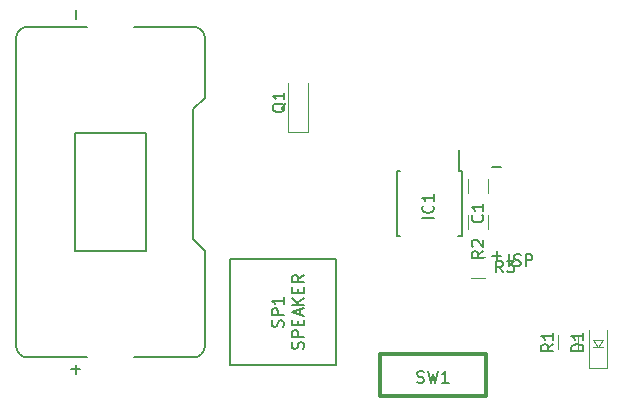
<source format=gto>
G04 #@! TF.FileFunction,Legend,Top*
%FSLAX46Y46*%
G04 Gerber Fmt 4.6, Leading zero omitted, Abs format (unit mm)*
G04 Created by KiCad (PCBNEW 4.0.6) date 03/29/19 10:36:33*
%MOMM*%
%LPD*%
G01*
G04 APERTURE LIST*
%ADD10C,0.100000*%
%ADD11C,0.120000*%
%ADD12C,0.200000*%
%ADD13C,0.150000*%
%ADD14C,0.304800*%
G04 APERTURE END LIST*
D10*
D11*
X170189000Y-78070000D02*
X170189000Y-76870000D01*
X171949000Y-76870000D02*
X171949000Y-78070000D01*
X170189000Y-81118000D02*
X170189000Y-79918000D01*
X171949000Y-79918000D02*
X171949000Y-81118000D01*
X171669000Y-85208000D02*
X170469000Y-85208000D01*
X170469000Y-83448000D02*
X171669000Y-83448000D01*
D12*
X142954000Y-73978000D02*
X142954000Y-72978000D01*
X142954000Y-72978000D02*
X136954000Y-72978000D01*
X136954000Y-72978000D02*
X136954000Y-73978000D01*
X136954000Y-77978000D02*
X136954000Y-82978000D01*
X136954000Y-82978000D02*
X142954000Y-82978000D01*
X142954000Y-82978000D02*
X142954000Y-73978000D01*
X136954000Y-73978000D02*
X136954000Y-77978000D01*
X147954000Y-82978000D02*
X147954000Y-90978000D01*
X147954000Y-69978000D02*
X147954000Y-64978000D01*
X147954000Y-82978000D02*
X146954000Y-81978000D01*
X146954000Y-81978000D02*
X146954000Y-70978000D01*
X146954000Y-70978000D02*
X147954000Y-69978000D01*
X141954000Y-91978000D02*
X146954000Y-91978000D01*
X141954000Y-63978000D02*
X146954000Y-63978000D01*
X131954000Y-90978000D02*
X131954000Y-64978000D01*
X137954000Y-91978000D02*
X132954000Y-91978000D01*
X132954000Y-63978000D02*
G75*
G03X131954000Y-64978000I0J-1000000D01*
G01*
X147954000Y-64978000D02*
G75*
G03X146954000Y-63978000I-1000000J0D01*
G01*
X146954000Y-91978000D02*
G75*
G03X147954000Y-90978000I0J1000000D01*
G01*
X131954000Y-90978000D02*
G75*
G03X132954000Y-91978000I1000000J0D01*
G01*
X137954000Y-63978000D02*
X132954000Y-63978000D01*
D10*
X180829000Y-91078000D02*
X181629000Y-91078000D01*
X181229000Y-91078000D02*
X180829000Y-90478000D01*
X181629000Y-90478000D02*
X181229000Y-91078000D01*
X180829000Y-90478000D02*
X181629000Y-90478000D01*
D11*
X181979000Y-89678000D02*
X181979000Y-92878000D01*
X180479000Y-92878000D02*
X180479000Y-89678000D01*
X180479000Y-92878000D02*
X181979000Y-92878000D01*
D13*
X169696500Y-76180500D02*
X169491500Y-76180500D01*
X169696500Y-81680500D02*
X169396500Y-81680500D01*
X164186500Y-81680500D02*
X164486500Y-81680500D01*
X164186500Y-76180500D02*
X164486500Y-76180500D01*
X169696500Y-76180500D02*
X169696500Y-81680500D01*
X164186500Y-76180500D02*
X164186500Y-81680500D01*
X169491500Y-76180500D02*
X169491500Y-74430500D01*
D11*
X179569000Y-90078000D02*
X179569000Y-91278000D01*
X177809000Y-91278000D02*
X177809000Y-90078000D01*
D13*
X150059000Y-92638000D02*
X159059000Y-92638000D01*
X159059000Y-92638000D02*
X159059000Y-83638000D01*
X159059000Y-83638000D02*
X150059000Y-83638000D01*
X150059000Y-83638000D02*
X150059000Y-92638000D01*
D11*
X154979000Y-72858000D02*
X156679000Y-72858000D01*
X156679000Y-72808000D02*
X156679000Y-68758000D01*
X154979000Y-72808000D02*
X154979000Y-68758000D01*
D14*
X162759000Y-95278000D02*
X171759000Y-95278000D01*
X171759000Y-91678000D02*
X171759000Y-95278000D01*
X162759000Y-91678000D02*
X162759000Y-95278000D01*
X162759000Y-91678000D02*
X171759000Y-91678000D01*
D13*
X173672810Y-84240381D02*
X173672810Y-83240381D01*
X174101381Y-84192762D02*
X174244238Y-84240381D01*
X174482334Y-84240381D01*
X174577572Y-84192762D01*
X174625191Y-84145143D01*
X174672810Y-84049905D01*
X174672810Y-83954667D01*
X174625191Y-83859429D01*
X174577572Y-83811810D01*
X174482334Y-83764190D01*
X174291857Y-83716571D01*
X174196619Y-83668952D01*
X174149000Y-83621333D01*
X174101381Y-83526095D01*
X174101381Y-83430857D01*
X174149000Y-83335619D01*
X174196619Y-83288000D01*
X174291857Y-83240381D01*
X174529953Y-83240381D01*
X174672810Y-83288000D01*
X175101381Y-84240381D02*
X175101381Y-83240381D01*
X175482334Y-83240381D01*
X175577572Y-83288000D01*
X175625191Y-83335619D01*
X175672810Y-83430857D01*
X175672810Y-83573714D01*
X175625191Y-83668952D01*
X175577572Y-83716571D01*
X175482334Y-83764190D01*
X175101381Y-83764190D01*
X172268048Y-75859429D02*
X173029953Y-75859429D01*
X172268048Y-83359429D02*
X173029953Y-83359429D01*
X172649001Y-83740381D02*
X172649001Y-82978476D01*
X171426143Y-79922666D02*
X171473762Y-79970285D01*
X171521381Y-80113142D01*
X171521381Y-80208380D01*
X171473762Y-80351238D01*
X171378524Y-80446476D01*
X171283286Y-80494095D01*
X171092810Y-80541714D01*
X170949952Y-80541714D01*
X170759476Y-80494095D01*
X170664238Y-80446476D01*
X170569000Y-80351238D01*
X170521381Y-80208380D01*
X170521381Y-80113142D01*
X170569000Y-79970285D01*
X170616619Y-79922666D01*
X171521381Y-78970285D02*
X171521381Y-79541714D01*
X171521381Y-79256000D02*
X170521381Y-79256000D01*
X170664238Y-79351238D01*
X170759476Y-79446476D01*
X170807095Y-79541714D01*
X171521381Y-82970666D02*
X171045190Y-83304000D01*
X171521381Y-83542095D02*
X170521381Y-83542095D01*
X170521381Y-83161142D01*
X170569000Y-83065904D01*
X170616619Y-83018285D01*
X170711857Y-82970666D01*
X170854714Y-82970666D01*
X170949952Y-83018285D01*
X170997571Y-83065904D01*
X171045190Y-83161142D01*
X171045190Y-83542095D01*
X170616619Y-82589714D02*
X170569000Y-82542095D01*
X170521381Y-82446857D01*
X170521381Y-82208761D01*
X170569000Y-82113523D01*
X170616619Y-82065904D01*
X170711857Y-82018285D01*
X170807095Y-82018285D01*
X170949952Y-82065904D01*
X171521381Y-82637333D01*
X171521381Y-82018285D01*
X173188334Y-84780381D02*
X172855000Y-84304190D01*
X172616905Y-84780381D02*
X172616905Y-83780381D01*
X172997858Y-83780381D01*
X173093096Y-83828000D01*
X173140715Y-83875619D01*
X173188334Y-83970857D01*
X173188334Y-84113714D01*
X173140715Y-84208952D01*
X173093096Y-84256571D01*
X172997858Y-84304190D01*
X172616905Y-84304190D01*
X173521667Y-83780381D02*
X174140715Y-83780381D01*
X173807381Y-84161333D01*
X173950239Y-84161333D01*
X174045477Y-84208952D01*
X174093096Y-84256571D01*
X174140715Y-84351810D01*
X174140715Y-84589905D01*
X174093096Y-84685143D01*
X174045477Y-84732762D01*
X173950239Y-84780381D01*
X173664524Y-84780381D01*
X173569286Y-84732762D01*
X173521667Y-84685143D01*
X137025429Y-63358952D02*
X137025429Y-62597047D01*
X137025429Y-93358952D02*
X137025429Y-92597047D01*
X137406381Y-92977999D02*
X136644476Y-92977999D01*
X179981381Y-91416095D02*
X178981381Y-91416095D01*
X178981381Y-91178000D01*
X179029000Y-91035142D01*
X179124238Y-90939904D01*
X179219476Y-90892285D01*
X179409952Y-90844666D01*
X179552810Y-90844666D01*
X179743286Y-90892285D01*
X179838524Y-90939904D01*
X179933762Y-91035142D01*
X179981381Y-91178000D01*
X179981381Y-91416095D01*
X179981381Y-89892285D02*
X179981381Y-90463714D01*
X179981381Y-90178000D02*
X178981381Y-90178000D01*
X179124238Y-90273238D01*
X179219476Y-90368476D01*
X179267095Y-90463714D01*
X167333881Y-80171690D02*
X166333881Y-80171690D01*
X167238643Y-79124071D02*
X167286262Y-79171690D01*
X167333881Y-79314547D01*
X167333881Y-79409785D01*
X167286262Y-79552643D01*
X167191024Y-79647881D01*
X167095786Y-79695500D01*
X166905310Y-79743119D01*
X166762452Y-79743119D01*
X166571976Y-79695500D01*
X166476738Y-79647881D01*
X166381500Y-79552643D01*
X166333881Y-79409785D01*
X166333881Y-79314547D01*
X166381500Y-79171690D01*
X166429119Y-79124071D01*
X167333881Y-78171690D02*
X167333881Y-78743119D01*
X167333881Y-78457405D02*
X166333881Y-78457405D01*
X166476738Y-78552643D01*
X166571976Y-78647881D01*
X166619595Y-78743119D01*
X177441381Y-90844666D02*
X176965190Y-91178000D01*
X177441381Y-91416095D02*
X176441381Y-91416095D01*
X176441381Y-91035142D01*
X176489000Y-90939904D01*
X176536619Y-90892285D01*
X176631857Y-90844666D01*
X176774714Y-90844666D01*
X176869952Y-90892285D01*
X176917571Y-90939904D01*
X176965190Y-91035142D01*
X176965190Y-91416095D01*
X177441381Y-89892285D02*
X177441381Y-90463714D01*
X177441381Y-90178000D02*
X176441381Y-90178000D01*
X176584238Y-90273238D01*
X176679476Y-90368476D01*
X176727095Y-90463714D01*
X154563762Y-89399905D02*
X154611381Y-89257048D01*
X154611381Y-89018952D01*
X154563762Y-88923714D01*
X154516143Y-88876095D01*
X154420905Y-88828476D01*
X154325667Y-88828476D01*
X154230429Y-88876095D01*
X154182810Y-88923714D01*
X154135190Y-89018952D01*
X154087571Y-89209429D01*
X154039952Y-89304667D01*
X153992333Y-89352286D01*
X153897095Y-89399905D01*
X153801857Y-89399905D01*
X153706619Y-89352286D01*
X153659000Y-89304667D01*
X153611381Y-89209429D01*
X153611381Y-88971333D01*
X153659000Y-88828476D01*
X154611381Y-88399905D02*
X153611381Y-88399905D01*
X153611381Y-88018952D01*
X153659000Y-87923714D01*
X153706619Y-87876095D01*
X153801857Y-87828476D01*
X153944714Y-87828476D01*
X154039952Y-87876095D01*
X154087571Y-87923714D01*
X154135190Y-88018952D01*
X154135190Y-88399905D01*
X154611381Y-86876095D02*
X154611381Y-87447524D01*
X154611381Y-87161810D02*
X153611381Y-87161810D01*
X153754238Y-87257048D01*
X153849476Y-87352286D01*
X153897095Y-87447524D01*
X156263762Y-91257048D02*
X156311381Y-91114191D01*
X156311381Y-90876095D01*
X156263762Y-90780857D01*
X156216143Y-90733238D01*
X156120905Y-90685619D01*
X156025667Y-90685619D01*
X155930429Y-90733238D01*
X155882810Y-90780857D01*
X155835190Y-90876095D01*
X155787571Y-91066572D01*
X155739952Y-91161810D01*
X155692333Y-91209429D01*
X155597095Y-91257048D01*
X155501857Y-91257048D01*
X155406619Y-91209429D01*
X155359000Y-91161810D01*
X155311381Y-91066572D01*
X155311381Y-90828476D01*
X155359000Y-90685619D01*
X156311381Y-90257048D02*
X155311381Y-90257048D01*
X155311381Y-89876095D01*
X155359000Y-89780857D01*
X155406619Y-89733238D01*
X155501857Y-89685619D01*
X155644714Y-89685619D01*
X155739952Y-89733238D01*
X155787571Y-89780857D01*
X155835190Y-89876095D01*
X155835190Y-90257048D01*
X155787571Y-89257048D02*
X155787571Y-88923714D01*
X156311381Y-88780857D02*
X156311381Y-89257048D01*
X155311381Y-89257048D01*
X155311381Y-88780857D01*
X156025667Y-88399905D02*
X156025667Y-87923714D01*
X156311381Y-88495143D02*
X155311381Y-88161810D01*
X156311381Y-87828476D01*
X156311381Y-87495143D02*
X155311381Y-87495143D01*
X156311381Y-86923714D02*
X155739952Y-87352286D01*
X155311381Y-86923714D02*
X155882810Y-87495143D01*
X155787571Y-86495143D02*
X155787571Y-86161809D01*
X156311381Y-86018952D02*
X156311381Y-86495143D01*
X155311381Y-86495143D01*
X155311381Y-86018952D01*
X156311381Y-85018952D02*
X155835190Y-85352286D01*
X156311381Y-85590381D02*
X155311381Y-85590381D01*
X155311381Y-85209428D01*
X155359000Y-85114190D01*
X155406619Y-85066571D01*
X155501857Y-85018952D01*
X155644714Y-85018952D01*
X155739952Y-85066571D01*
X155787571Y-85114190D01*
X155835190Y-85209428D01*
X155835190Y-85590381D01*
X154776619Y-70453238D02*
X154729000Y-70548476D01*
X154633762Y-70643714D01*
X154490905Y-70786571D01*
X154443286Y-70881810D01*
X154443286Y-70977048D01*
X154681381Y-70929429D02*
X154633762Y-71024667D01*
X154538524Y-71119905D01*
X154348048Y-71167524D01*
X154014714Y-71167524D01*
X153824238Y-71119905D01*
X153729000Y-71024667D01*
X153681381Y-70929429D01*
X153681381Y-70738952D01*
X153729000Y-70643714D01*
X153824238Y-70548476D01*
X154014714Y-70500857D01*
X154348048Y-70500857D01*
X154538524Y-70548476D01*
X154633762Y-70643714D01*
X154681381Y-70738952D01*
X154681381Y-70929429D01*
X154681381Y-69548476D02*
X154681381Y-70119905D01*
X154681381Y-69834191D02*
X153681381Y-69834191D01*
X153824238Y-69929429D01*
X153919476Y-70024667D01*
X153967095Y-70119905D01*
X165925667Y-94082762D02*
X166068524Y-94130381D01*
X166306620Y-94130381D01*
X166401858Y-94082762D01*
X166449477Y-94035143D01*
X166497096Y-93939905D01*
X166497096Y-93844667D01*
X166449477Y-93749429D01*
X166401858Y-93701810D01*
X166306620Y-93654190D01*
X166116143Y-93606571D01*
X166020905Y-93558952D01*
X165973286Y-93511333D01*
X165925667Y-93416095D01*
X165925667Y-93320857D01*
X165973286Y-93225619D01*
X166020905Y-93178000D01*
X166116143Y-93130381D01*
X166354239Y-93130381D01*
X166497096Y-93178000D01*
X166830429Y-93130381D02*
X167068524Y-94130381D01*
X167259001Y-93416095D01*
X167449477Y-94130381D01*
X167687572Y-93130381D01*
X168592334Y-94130381D02*
X168020905Y-94130381D01*
X168306619Y-94130381D02*
X168306619Y-93130381D01*
X168211381Y-93273238D01*
X168116143Y-93368476D01*
X168020905Y-93416095D01*
M02*

</source>
